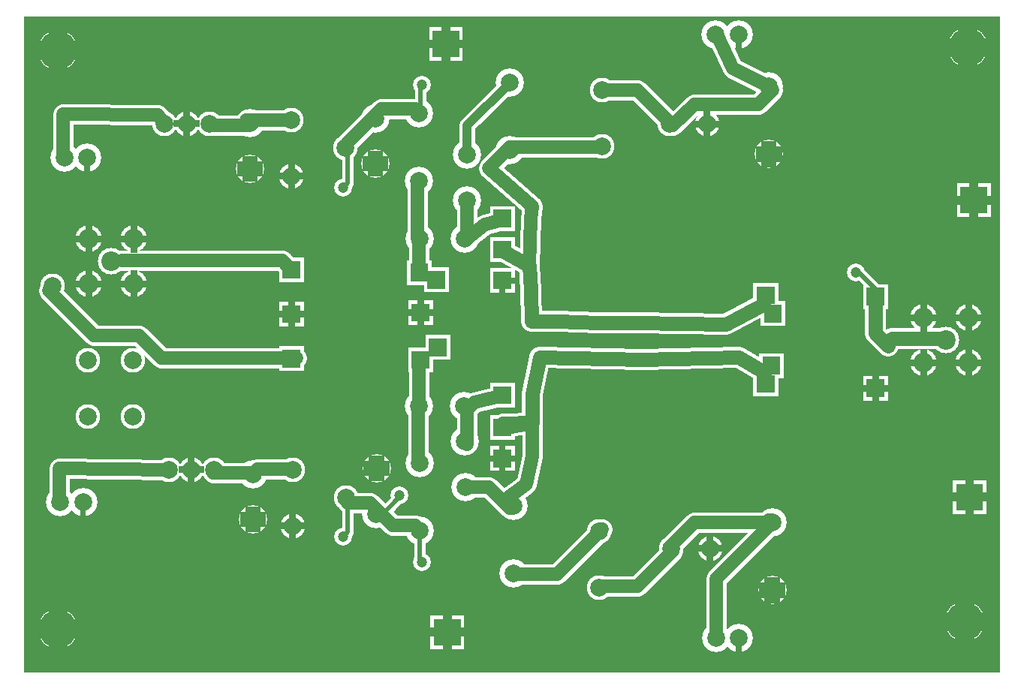
<source format=gbr>
%FSLAX34Y34*%
%MOMM*%
%LNCOPPER_BOTTOM*%
G71*
G01*
%ADD10C,3.000*%
%ADD11C,2.800*%
%ADD12C,3.200*%
%ADD13C,2.400*%
%ADD14C,2.800*%
%ADD15C,2.000*%
%ADD16C,2.300*%
%ADD17C,1.800*%
%ADD18C,1.300*%
%ADD19C,4.500*%
%ADD20C,0.733*%
%ADD21C,0.667*%
%ADD22C,0.813*%
%ADD23C,0.767*%
%ADD24C,1.713*%
%ADD25C,1.000*%
%ADD26C,2.179*%
%ADD27C,2.200*%
%ADD28C,2.000*%
%ADD29C,1.600*%
%ADD30C,2.000*%
%ADD31C,1.200*%
%ADD32C,1.500*%
%ADD33C,0.500*%
%ADD34C,4.300*%
%LPD*%
G36*
X-722844Y145181D02*
X377156Y145181D01*
X377156Y-594819D01*
X-722844Y-594819D01*
X-722844Y145181D01*
G37*
%LPC*%
X-650050Y-105575D02*
G54D10*
D03*
X-599250Y-105575D02*
G54D10*
D03*
X-624650Y-130975D02*
G54D10*
D03*
X-599250Y-156375D02*
G54D10*
D03*
X-650050Y-156375D02*
G54D10*
D03*
X-559952Y-366068D02*
G54D11*
D03*
X-534553Y-366068D02*
G54D11*
D03*
X-509153Y-366068D02*
G54D11*
D03*
X-465203Y-370862D02*
G54D12*
D03*
X-465316Y-421842D02*
G54D12*
D03*
X-276986Y-358370D02*
G54D12*
D03*
X-276936Y-434621D02*
G54D12*
D03*
X-420253Y-366068D02*
G54D11*
D03*
X-420252Y-429568D02*
G54D11*
D03*
X-359928Y-397818D02*
G54D11*
D03*
X-325769Y-415682D02*
G54D12*
D03*
X-325657Y-364702D02*
G54D12*
D03*
X-278220Y36192D02*
G54D12*
D03*
X-278170Y-40058D02*
G54D12*
D03*
X-421487Y28495D02*
G54D11*
D03*
X-421487Y-35005D02*
G54D11*
D03*
X-361162Y-3255D02*
G54D11*
D03*
X-326738Y30051D02*
G54D12*
D03*
X-326850Y-20930D02*
G54D12*
D03*
G36*
X-197888Y-103550D02*
X-169888Y-103550D01*
X-169888Y-131550D01*
X-197888Y-131550D01*
X-197888Y-103550D01*
G37*
G36*
X-197888Y-138475D02*
X-169888Y-138475D01*
X-169888Y-166475D01*
X-197888Y-166475D01*
X-197888Y-138475D01*
G37*
G36*
X-197888Y-68625D02*
X-169888Y-68625D01*
X-169888Y-96625D01*
X-197888Y-96625D01*
X-197888Y-68625D01*
G37*
G36*
X-197888Y-304369D02*
X-169888Y-304369D01*
X-169888Y-332369D01*
X-197888Y-332369D01*
X-197888Y-304369D01*
G37*
G36*
X-197888Y-339294D02*
X-169888Y-339294D01*
X-169888Y-367294D01*
X-197888Y-367294D01*
X-197888Y-339294D01*
G37*
G36*
X-197888Y-267856D02*
X-169888Y-267856D01*
X-169888Y-295856D01*
X-197888Y-295856D01*
X-197888Y-267856D01*
G37*
X-226105Y-105480D02*
G54D12*
D03*
X-277085Y-105592D02*
G54D12*
D03*
X-227105Y-293855D02*
G54D12*
D03*
X-278085Y-293967D02*
G54D12*
D03*
X-223566Y-61748D02*
G54D12*
D03*
X-223678Y-10767D02*
G54D12*
D03*
X-225744Y-385280D02*
G54D12*
D03*
X-225857Y-334299D02*
G54D12*
D03*
X-175244Y-5683D02*
G54D12*
D03*
X-175195Y70567D02*
G54D12*
D03*
X-171544Y-483183D02*
G54D12*
D03*
X-171494Y-406933D02*
G54D12*
D03*
X-71438Y61912D02*
G54D11*
D03*
X-71438Y-1588D02*
G54D11*
D03*
X-74438Y-435638D02*
G54D11*
D03*
X-74438Y-499138D02*
G54D11*
D03*
X47006Y23812D02*
G54D11*
D03*
X4762Y23812D02*
G54D11*
D03*
X50293Y-454688D02*
G54D11*
D03*
X6462Y-454688D02*
G54D11*
D03*
X82406Y125107D02*
G54D12*
D03*
X56906Y125107D02*
G54D12*
D03*
X116955Y-9983D02*
G54D12*
D03*
X117006Y66267D02*
G54D12*
D03*
G36*
X-435744Y-126544D02*
X-407744Y-126544D01*
X-407744Y-154544D01*
X-435744Y-154544D01*
X-435744Y-126544D01*
G37*
G36*
X-291550Y-129619D02*
X-263550Y-129619D01*
X-263550Y-157619D01*
X-291550Y-157619D01*
X-291550Y-129619D01*
G37*
G36*
X-289963Y-228044D02*
X-261963Y-228044D01*
X-261963Y-256044D01*
X-289963Y-256044D01*
X-289963Y-228044D01*
G37*
X-275963Y-188863D02*
G54D11*
D03*
X-534553Y-366068D02*
G54D11*
D03*
X-465316Y-421842D02*
G54D11*
D03*
X-420252Y-429568D02*
G54D11*
D03*
X-421487Y-35005D02*
G54D11*
D03*
X-325657Y-364702D02*
G54D11*
D03*
X-326850Y-20930D02*
G54D11*
D03*
X47006Y23812D02*
G54D11*
D03*
X116955Y-9983D02*
G54D11*
D03*
X50293Y-454688D02*
G54D11*
D03*
G36*
X-435744Y-226556D02*
X-407744Y-226556D01*
X-407744Y-254556D01*
X-435744Y-254556D01*
X-435744Y-226556D01*
G37*
G36*
X-435744Y-176550D02*
X-407744Y-176550D01*
X-407744Y-204550D01*
X-435744Y-204550D01*
X-435744Y-176550D01*
G37*
X-465316Y-421843D02*
G54D11*
D03*
X-325657Y-364702D02*
G54D11*
D03*
X-326850Y-20930D02*
G54D11*
D03*
X116955Y-9983D02*
G54D11*
D03*
X120512Y-501938D02*
G54D12*
D03*
X120562Y-425688D02*
G54D12*
D03*
G54D13*
X113244Y-169119D02*
X109800Y-180132D01*
X68525Y-201563D01*
X-31487Y-199976D01*
X-75937Y-199976D01*
X-120388Y-198388D01*
X-150575Y-198425D01*
X-152138Y-163288D01*
X-153438Y-135688D01*
X-183888Y-119138D01*
G54D13*
X113244Y-269132D02*
X111388Y-256332D01*
X83112Y-239313D01*
X-26725Y-241375D01*
X-141438Y-239075D01*
X-150438Y-280688D01*
X-150438Y-312688D01*
X-183888Y-319038D01*
X-183888Y-315988D01*
X-651018Y-242570D02*
G54D14*
D03*
X-600218Y-242570D02*
G54D11*
D03*
X-600218Y-306070D02*
G54D11*
D03*
X-651018Y-306070D02*
G54D11*
D03*
X-600218Y-242570D02*
G54D14*
D03*
X-651018Y-306070D02*
G54D14*
D03*
X-600218Y-306070D02*
G54D14*
D03*
X-691075Y-158313D02*
G54D11*
D03*
X-363042Y-47913D02*
G54D15*
D03*
X-299744Y-395263D02*
G54D15*
D03*
G54D16*
X-465202Y-370862D02*
X-462202Y-369668D01*
X-510202Y-369668D01*
X-509153Y-366068D01*
X-565337Y24495D02*
G54D11*
D03*
X-539937Y24495D02*
G54D11*
D03*
X-514537Y24495D02*
G54D11*
D03*
X-468588Y24701D02*
G54D12*
D03*
X-468700Y-26280D02*
G54D12*
D03*
X-539937Y24495D02*
G54D11*
D03*
X-468700Y-26280D02*
G54D11*
D03*
X-468700Y-26280D02*
G54D11*
D03*
X-656741Y-402853D02*
G54D12*
D03*
X-682241Y-402853D02*
G54D12*
D03*
G54D16*
X-468588Y24700D02*
X-471438Y22312D01*
X-511438Y22312D01*
X-514538Y24494D01*
G54D17*
X-175195Y70567D02*
X-175438Y70312D01*
X-223438Y22312D01*
X-223438Y-9688D01*
X-223678Y-10767D01*
G54D16*
X-223566Y-61748D02*
X-223438Y-65688D01*
X-223438Y-105688D01*
X-226105Y-105480D01*
G54D16*
X-277086Y-105593D02*
X-279438Y-105688D01*
X-279438Y-41688D01*
X-278170Y-40058D01*
G54D16*
X-175245Y-5683D02*
X-175438Y-1688D01*
X-199438Y-25688D01*
X-150438Y-68688D01*
X-151438Y-82688D01*
X-153438Y-135688D01*
X-183888Y-119138D01*
G54D16*
X-71438Y-1588D02*
X-71438Y-1688D01*
X-175438Y-1688D01*
X-175245Y-5683D01*
G54D16*
X4762Y23812D02*
X8562Y22312D01*
X-31438Y62312D01*
X-71438Y62312D01*
X-71438Y61912D01*
G54D16*
X117005Y66267D02*
X120562Y62312D01*
X104562Y46312D01*
X32562Y46312D01*
X8562Y22312D01*
X4762Y23812D01*
G54D16*
X116705Y-422933D02*
X120562Y-425688D01*
X32562Y-425688D01*
X8562Y-449688D01*
X8562Y-457688D01*
X6462Y-454688D01*
G54D16*
X6462Y-454688D02*
X8562Y-457688D01*
X-31438Y-497688D01*
X-71438Y-497688D01*
X-74438Y-499138D01*
G54D16*
X-171495Y-406933D02*
X-175438Y-409688D01*
X-199438Y-385688D01*
X-223438Y-385688D01*
X-225745Y-385280D01*
G54D16*
X-225857Y-334299D02*
X-223438Y-337688D01*
X-223438Y-297688D01*
X-227105Y-293855D01*
G54D16*
X-227105Y-293855D02*
X-223438Y-297688D01*
X-215438Y-289688D01*
X-183888Y-281856D01*
G54D16*
X-171495Y-406933D02*
X-175438Y-409688D01*
X-183438Y-401688D01*
X-157162Y-382588D01*
X-150438Y-350688D01*
X-150438Y-312688D01*
X-183438Y-313688D01*
X-183888Y-315988D01*
G54D16*
X-226105Y-105480D02*
X-223438Y-105688D01*
X-203200Y-88900D01*
X-183888Y-84213D01*
G54D16*
X-278086Y-293968D02*
X-279138Y-290588D01*
X-279138Y-354088D01*
X-276986Y-358371D01*
X82558Y-556014D02*
G54D12*
D03*
X57058Y-556014D02*
G54D12*
D03*
X117006Y66267D02*
G54D11*
D03*
X-651978Y-13916D02*
G54D12*
D03*
X-677478Y-13916D02*
G54D12*
D03*
G54D16*
X-678966Y35297D02*
X-572912Y34263D01*
X-565337Y24495D01*
G54D16*
X-683729Y-364753D02*
X-559952Y-366068D01*
X120512Y-501938D02*
G54D11*
D03*
G54D16*
X-468588Y24701D02*
X-472288Y28495D01*
X-421488Y28495D01*
G54D16*
X-326738Y30051D02*
X-332588Y28495D01*
X-357988Y3095D01*
X-361163Y-3255D01*
G54D16*
X-326738Y30051D02*
X-332588Y28495D01*
X-319888Y41195D01*
X-281788Y41195D01*
X-278220Y36192D01*
G54D16*
X-420253Y-366067D02*
X-421488Y-365205D01*
X-459588Y-365205D01*
X-465203Y-370862D01*
G54D16*
X-325769Y-415682D02*
X-319888Y-416005D01*
X-332588Y-403305D01*
X-357988Y-403305D01*
X-359928Y-397817D01*
G54D16*
X-325769Y-415682D02*
X-319888Y-416005D01*
X-307188Y-428705D01*
X-281788Y-428705D01*
X-276936Y-434620D01*
G36*
X-289963Y-174863D02*
X-261963Y-174863D01*
X-261963Y-202863D01*
X-289963Y-202863D01*
X-289963Y-174863D01*
G37*
G54D16*
X-277550Y-143619D02*
X-277550Y-105519D01*
X-277086Y-105592D01*
G54D16*
X-275963Y-242044D02*
X-277550Y-245219D01*
X-277550Y-296019D01*
X-278086Y-293967D01*
G36*
X99244Y-155119D02*
X127244Y-155119D01*
X127244Y-183119D01*
X99244Y-183119D01*
X99244Y-155119D01*
G37*
G36*
X99244Y-255132D02*
X127244Y-255132D01*
X127244Y-283132D01*
X99244Y-283132D01*
X99244Y-255132D01*
G37*
G36*
X223068Y-156706D02*
X251068Y-156706D01*
X251068Y-184706D01*
X223068Y-184706D01*
X223068Y-156706D01*
G37*
X237068Y-273894D02*
G54D11*
D03*
G54D16*
X-691076Y-158313D02*
X-695062Y-163463D01*
X-644262Y-214263D01*
X-593462Y-214263D01*
X-568062Y-239663D01*
X-415662Y-239663D01*
X-421744Y-240556D01*
G54D16*
X-678966Y35297D02*
X-678966Y-12428D01*
X-677478Y-13916D01*
G54D16*
X-683729Y-364753D02*
X-683729Y-401366D01*
X-682241Y-402853D01*
X-274142Y67975D02*
G54D15*
D03*
X-274142Y-470188D02*
G54D15*
D03*
X-363042Y-441613D02*
G54D15*
D03*
G54D18*
X-274142Y67975D02*
X-275962Y65137D01*
X-275962Y33387D01*
X-278220Y36192D01*
G54D18*
X-363042Y-47913D02*
X-364862Y-49163D01*
X-358512Y-42813D01*
X-358512Y-4713D01*
X-361163Y-3255D01*
G54D18*
X-363042Y-441613D02*
X-364862Y-442863D01*
X-358512Y-436513D01*
X-358512Y-398413D01*
X-359928Y-397817D01*
G54D18*
X-299745Y-395262D02*
X-301362Y-398413D01*
X-320412Y-417463D01*
X-326762Y-417463D01*
X-325769Y-415682D01*
X214808Y-143163D02*
G54D15*
D03*
G54D18*
X214809Y-143163D02*
X217751Y-142826D01*
X236801Y-161876D01*
X236801Y-168226D01*
X237069Y-170707D01*
X291337Y-194475D02*
G54D10*
D03*
X342137Y-194475D02*
G54D10*
D03*
X316737Y-219875D02*
G54D10*
D03*
X342137Y-245275D02*
G54D10*
D03*
X291337Y-245275D02*
G54D10*
D03*
G54D13*
X237068Y-174675D02*
X237068Y-212150D01*
X251088Y-226170D01*
X251088Y-222994D01*
X255851Y-218232D01*
X311125Y-218232D01*
X316737Y-219875D01*
G54D16*
X-612512Y-130126D02*
X-432162Y-130126D01*
X-421744Y-140544D01*
G36*
X223068Y-259894D02*
X251068Y-259894D01*
X251068Y-287894D01*
X223068Y-287894D01*
X223068Y-259894D01*
G37*
G54D18*
X-274142Y-470188D02*
X-276756Y-470644D01*
X-276756Y-432544D01*
X-276936Y-434620D01*
G54D16*
X56906Y125107D02*
X58166Y125107D01*
X75670Y86568D01*
X117006Y66267D01*
G54D16*
X57058Y-556014D02*
X57058Y-489192D01*
X120562Y-425688D01*
G54D16*
X-74438Y-435638D02*
X-71438Y-433388D01*
X-122238Y-484188D01*
X-173038Y-484188D01*
X-171544Y-483182D01*
G36*
X-264798Y-530226D02*
X-226798Y-530226D01*
X-226798Y-568226D01*
X-264798Y-568226D01*
X-264798Y-530226D01*
G37*
G36*
X-266386Y133350D02*
X-228386Y133350D01*
X-228386Y95350D01*
X-266386Y95350D01*
X-266386Y133350D01*
G37*
G36*
X328926Y-42863D02*
X366926Y-42863D01*
X366926Y-80863D01*
X328926Y-80863D01*
X328926Y-42863D01*
G37*
G36*
X324164Y-377826D02*
X362164Y-377826D01*
X362164Y-415826D01*
X324164Y-415826D01*
X324164Y-377826D01*
G37*
X-684744Y107081D02*
G54D19*
D03*
X340781Y110256D02*
G54D19*
D03*
X337606Y-537444D02*
G54D19*
D03*
X-684744Y-545382D02*
G54D19*
D03*
G36*
X107181Y-175757D02*
X135181Y-175757D01*
X135181Y-203757D01*
X107181Y-203757D01*
X107181Y-175757D01*
G37*
G36*
X105593Y-234494D02*
X133593Y-234494D01*
X133593Y-262494D01*
X105593Y-262494D01*
X105593Y-234494D01*
G37*
G36*
X-272232Y-137657D02*
X-244232Y-137657D01*
X-244232Y-165657D01*
X-272232Y-165657D01*
X-272232Y-137657D01*
G37*
G36*
X-270644Y-213857D02*
X-242644Y-213857D01*
X-242644Y-241857D01*
X-270644Y-241857D01*
X-270644Y-213857D01*
G37*
%LPD*%
G54D20*
G36*
X-653717Y-105575D02*
X-653717Y-90075D01*
X-646384Y-90075D01*
X-646384Y-105575D01*
X-653717Y-105575D01*
G37*
G36*
X-650050Y-101909D02*
X-634550Y-101909D01*
X-634550Y-109242D01*
X-650050Y-109242D01*
X-650050Y-101909D01*
G37*
G36*
X-646384Y-105575D02*
X-646384Y-121075D01*
X-653717Y-121075D01*
X-653717Y-105575D01*
X-646384Y-105575D01*
G37*
G36*
X-650050Y-109242D02*
X-665550Y-109242D01*
X-665550Y-101909D01*
X-650050Y-101909D01*
X-650050Y-109242D01*
G37*
G54D20*
G36*
X-602917Y-105575D02*
X-602917Y-90075D01*
X-595584Y-90075D01*
X-595584Y-105575D01*
X-602917Y-105575D01*
G37*
G36*
X-599250Y-101909D02*
X-583750Y-101909D01*
X-583750Y-109242D01*
X-599250Y-109242D01*
X-599250Y-101909D01*
G37*
G36*
X-595584Y-105575D02*
X-595584Y-121075D01*
X-602917Y-121075D01*
X-602917Y-105575D01*
X-595584Y-105575D01*
G37*
G36*
X-599250Y-109242D02*
X-614750Y-109242D01*
X-614750Y-101909D01*
X-599250Y-101909D01*
X-599250Y-109242D01*
G37*
G54D20*
G36*
X-602917Y-156375D02*
X-602917Y-140875D01*
X-595584Y-140875D01*
X-595584Y-156375D01*
X-602917Y-156375D01*
G37*
G36*
X-599250Y-152709D02*
X-583750Y-152709D01*
X-583750Y-160042D01*
X-599250Y-160042D01*
X-599250Y-152709D01*
G37*
G36*
X-595584Y-156375D02*
X-595584Y-171875D01*
X-602917Y-171875D01*
X-602917Y-156375D01*
X-595584Y-156375D01*
G37*
G36*
X-599250Y-160042D02*
X-614750Y-160042D01*
X-614750Y-152709D01*
X-599250Y-152709D01*
X-599250Y-160042D01*
G37*
G54D20*
G36*
X-653717Y-156375D02*
X-653717Y-140875D01*
X-646384Y-140875D01*
X-646384Y-156375D01*
X-653717Y-156375D01*
G37*
G36*
X-650050Y-152709D02*
X-634550Y-152709D01*
X-634550Y-160042D01*
X-650050Y-160042D01*
X-650050Y-152709D01*
G37*
G36*
X-646384Y-156375D02*
X-646384Y-171875D01*
X-653717Y-171875D01*
X-653717Y-156375D01*
X-646384Y-156375D01*
G37*
G36*
X-650050Y-160042D02*
X-665550Y-160042D01*
X-665550Y-152709D01*
X-650050Y-152709D01*
X-650050Y-160042D01*
G37*
G54D21*
G36*
X-183888Y-149142D02*
X-169388Y-149142D01*
X-169388Y-155809D01*
X-183888Y-155809D01*
X-183888Y-149142D01*
G37*
G36*
X-180554Y-152475D02*
X-180554Y-166975D01*
X-187221Y-166975D01*
X-187221Y-152475D01*
X-180554Y-152475D01*
G37*
G54D21*
G36*
X-187221Y-353294D02*
X-187221Y-338794D01*
X-180554Y-338794D01*
X-180554Y-353294D01*
X-187221Y-353294D01*
G37*
G36*
X-183888Y-349961D02*
X-169388Y-349961D01*
X-169388Y-356627D01*
X-183888Y-356627D01*
X-183888Y-349961D01*
G37*
G36*
X-180554Y-353294D02*
X-180554Y-367794D01*
X-187221Y-367794D01*
X-187221Y-353294D01*
X-180554Y-353294D01*
G37*
G36*
X-183888Y-356627D02*
X-198388Y-356627D01*
X-198388Y-349961D01*
X-183888Y-349961D01*
X-183888Y-356627D01*
G37*
G54D21*
G36*
X85739Y125107D02*
X85739Y108607D01*
X79073Y108607D01*
X79073Y125107D01*
X85739Y125107D01*
G37*
G54D22*
G54D23*
G36*
X-530719Y-366068D02*
X-530719Y-380568D01*
X-538386Y-380568D01*
X-538386Y-366068D01*
X-530719Y-366068D01*
G37*
G36*
X-534553Y-369901D02*
X-549053Y-369901D01*
X-549053Y-362234D01*
X-534553Y-362234D01*
X-534553Y-369901D01*
G37*
G36*
X-538386Y-366068D02*
X-538386Y-351568D01*
X-530719Y-351568D01*
X-530719Y-366068D01*
X-538386Y-366068D01*
G37*
G36*
X-534553Y-362234D02*
X-520053Y-362234D01*
X-520053Y-369901D01*
X-534553Y-369901D01*
X-534553Y-362234D01*
G37*
G54D23*
G36*
X-461482Y-421842D02*
X-461482Y-436342D01*
X-469149Y-436342D01*
X-469149Y-421842D01*
X-461482Y-421842D01*
G37*
G36*
X-465316Y-425676D02*
X-479816Y-425676D01*
X-479816Y-418009D01*
X-465316Y-418009D01*
X-465316Y-425676D01*
G37*
G36*
X-469149Y-421842D02*
X-469149Y-407342D01*
X-461482Y-407342D01*
X-461482Y-421842D01*
X-469149Y-421842D01*
G37*
G36*
X-465316Y-418009D02*
X-450816Y-418009D01*
X-450816Y-425676D01*
X-465316Y-425676D01*
X-465316Y-418009D01*
G37*
G54D23*
G36*
X-416419Y-429568D02*
X-416419Y-444068D01*
X-424086Y-444068D01*
X-424086Y-429568D01*
X-416419Y-429568D01*
G37*
G36*
X-420252Y-433401D02*
X-434752Y-433401D01*
X-434752Y-425734D01*
X-420252Y-425734D01*
X-420252Y-433401D01*
G37*
G36*
X-424086Y-429568D02*
X-424086Y-415068D01*
X-416419Y-415068D01*
X-416419Y-429568D01*
X-424086Y-429568D01*
G37*
G36*
X-420252Y-425734D02*
X-405752Y-425734D01*
X-405752Y-433401D01*
X-420252Y-433401D01*
X-420252Y-425734D01*
G37*
G54D23*
G36*
X-417654Y-35005D02*
X-417654Y-49505D01*
X-425321Y-49505D01*
X-425321Y-35005D01*
X-417654Y-35005D01*
G37*
G36*
X-421487Y-38839D02*
X-435987Y-38839D01*
X-435987Y-31172D01*
X-421487Y-31172D01*
X-421487Y-38839D01*
G37*
G36*
X-425321Y-35005D02*
X-425321Y-20505D01*
X-417654Y-20505D01*
X-417654Y-35005D01*
X-425321Y-35005D01*
G37*
G36*
X-421487Y-31172D02*
X-406987Y-31172D01*
X-406987Y-38839D01*
X-421487Y-38839D01*
X-421487Y-31172D01*
G37*
G54D23*
G36*
X-329490Y-364702D02*
X-329490Y-350202D01*
X-321823Y-350202D01*
X-321823Y-364702D01*
X-329490Y-364702D01*
G37*
G36*
X-325657Y-360868D02*
X-311157Y-360868D01*
X-311157Y-368535D01*
X-325657Y-368535D01*
X-325657Y-360868D01*
G37*
G36*
X-321823Y-364702D02*
X-321823Y-379202D01*
X-329490Y-379202D01*
X-329490Y-364702D01*
X-321823Y-364702D01*
G37*
G36*
X-325657Y-368535D02*
X-340157Y-368535D01*
X-340157Y-360868D01*
X-325657Y-360868D01*
X-325657Y-368535D01*
G37*
G54D23*
G36*
X-323017Y-20930D02*
X-323017Y-35430D01*
X-330683Y-35430D01*
X-330683Y-20930D01*
X-323017Y-20930D01*
G37*
G36*
X-326850Y-24764D02*
X-341350Y-24764D01*
X-341350Y-17097D01*
X-326850Y-17097D01*
X-326850Y-24764D01*
G37*
G36*
X-330683Y-20930D02*
X-330683Y-6430D01*
X-323017Y-6430D01*
X-323017Y-20930D01*
X-330683Y-20930D01*
G37*
G36*
X-326850Y-17097D02*
X-312350Y-17097D01*
X-312350Y-24764D01*
X-326850Y-24764D01*
X-326850Y-17097D01*
G37*
G54D23*
G36*
X43173Y23812D02*
X43173Y38312D01*
X50839Y38312D01*
X50839Y23812D01*
X43173Y23812D01*
G37*
G36*
X47006Y27646D02*
X61506Y27646D01*
X61506Y19979D01*
X47006Y19979D01*
X47006Y27646D01*
G37*
G36*
X50839Y23812D02*
X50839Y9312D01*
X43173Y9312D01*
X43173Y23812D01*
X50839Y23812D01*
G37*
G36*
X47006Y19979D02*
X32506Y19979D01*
X32506Y27646D01*
X47006Y27646D01*
X47006Y19979D01*
G37*
G54D23*
G36*
X113122Y-9983D02*
X113122Y4517D01*
X120789Y4517D01*
X120789Y-9983D01*
X113122Y-9983D01*
G37*
G36*
X116955Y-6149D02*
X131455Y-6149D01*
X131455Y-13816D01*
X116955Y-13816D01*
X116955Y-6149D01*
G37*
G36*
X120789Y-9983D02*
X120789Y-24483D01*
X113122Y-24483D01*
X113122Y-9983D01*
X120789Y-9983D01*
G37*
G36*
X116955Y-13816D02*
X102455Y-13816D01*
X102455Y-6149D01*
X116955Y-6149D01*
X116955Y-13816D01*
G37*
G54D23*
G36*
X46460Y-454688D02*
X46460Y-440188D01*
X54127Y-440188D01*
X54127Y-454688D01*
X46460Y-454688D01*
G37*
G36*
X50293Y-450854D02*
X64793Y-450854D01*
X64793Y-458521D01*
X50293Y-458521D01*
X50293Y-450854D01*
G37*
G36*
X54127Y-454688D02*
X54127Y-469188D01*
X46460Y-469188D01*
X46460Y-454688D01*
X54127Y-454688D01*
G37*
G36*
X50293Y-458521D02*
X35793Y-458521D01*
X35793Y-450854D01*
X50293Y-450854D01*
X50293Y-458521D01*
G37*
G54D23*
G36*
X-425577Y-190550D02*
X-425577Y-176050D01*
X-417911Y-176050D01*
X-417911Y-190550D01*
X-425577Y-190550D01*
G37*
G36*
X-421744Y-186717D02*
X-407244Y-186717D01*
X-407244Y-194384D01*
X-421744Y-194384D01*
X-421744Y-186717D01*
G37*
G36*
X-417911Y-190550D02*
X-417911Y-205050D01*
X-425577Y-205050D01*
X-425577Y-190550D01*
X-417911Y-190550D01*
G37*
G36*
X-421744Y-194384D02*
X-436244Y-194384D01*
X-436244Y-186717D01*
X-421744Y-186717D01*
X-421744Y-194384D01*
G37*
G54D24*
G36*
X-456749Y-421843D02*
X-456749Y-436343D01*
X-473882Y-436343D01*
X-473882Y-421843D01*
X-456749Y-421843D01*
G37*
G36*
X-465316Y-430409D02*
X-479816Y-430409D01*
X-479816Y-413276D01*
X-465316Y-413276D01*
X-465316Y-430409D01*
G37*
G36*
X-473882Y-421843D02*
X-473882Y-407343D01*
X-456749Y-407343D01*
X-456749Y-421843D01*
X-473882Y-421843D01*
G37*
G36*
X-465316Y-413276D02*
X-450816Y-413276D01*
X-450816Y-430409D01*
X-465316Y-430409D01*
X-465316Y-413276D01*
G37*
G54D24*
G36*
X-334223Y-364702D02*
X-334223Y-350202D01*
X-317090Y-350202D01*
X-317090Y-364702D01*
X-334223Y-364702D01*
G37*
G36*
X-325657Y-356135D02*
X-311157Y-356135D01*
X-311157Y-373268D01*
X-325657Y-373268D01*
X-325657Y-356135D01*
G37*
G36*
X-317090Y-364702D02*
X-317090Y-379202D01*
X-334223Y-379202D01*
X-334223Y-364702D01*
X-317090Y-364702D01*
G37*
G36*
X-325657Y-373268D02*
X-340157Y-373268D01*
X-340157Y-356135D01*
X-325657Y-356135D01*
X-325657Y-373268D01*
G37*
G54D24*
G36*
X-318283Y-20930D02*
X-318283Y-35430D01*
X-335417Y-35430D01*
X-335417Y-20930D01*
X-318283Y-20930D01*
G37*
G36*
X-326850Y-29497D02*
X-341350Y-29497D01*
X-341350Y-12364D01*
X-326850Y-12364D01*
X-326850Y-29497D01*
G37*
G36*
X-335417Y-20930D02*
X-335417Y-6430D01*
X-318283Y-6430D01*
X-318283Y-20930D01*
X-335417Y-20930D01*
G37*
G36*
X-326850Y-12364D02*
X-312350Y-12364D01*
X-312350Y-29497D01*
X-326850Y-29497D01*
X-326850Y-12364D01*
G37*
G54D24*
G36*
X108389Y-9983D02*
X108389Y4517D01*
X125522Y4517D01*
X125522Y-9983D01*
X108389Y-9983D01*
G37*
G36*
X116955Y-1416D02*
X131455Y-1416D01*
X131455Y-18549D01*
X116955Y-18549D01*
X116955Y-1416D01*
G37*
G36*
X125522Y-9983D02*
X125522Y-24483D01*
X108389Y-24483D01*
X108389Y-9983D01*
X125522Y-9983D01*
G37*
G36*
X116955Y-18549D02*
X102455Y-18549D01*
X102455Y-1416D01*
X116955Y-1416D01*
X116955Y-18549D01*
G37*
G54D23*
G36*
X-536104Y24495D02*
X-536104Y9995D01*
X-543771Y9995D01*
X-543771Y24495D01*
X-536104Y24495D01*
G37*
G36*
X-539937Y20661D02*
X-554437Y20661D01*
X-554437Y28328D01*
X-539937Y28328D01*
X-539937Y20661D01*
G37*
G36*
X-543771Y24495D02*
X-543771Y38995D01*
X-536104Y38995D01*
X-536104Y24495D01*
X-543771Y24495D01*
G37*
G36*
X-539937Y28328D02*
X-525437Y28328D01*
X-525437Y20661D01*
X-539937Y20661D01*
X-539937Y28328D01*
G37*
G54D23*
G36*
X-464867Y-26280D02*
X-464867Y-40780D01*
X-472534Y-40780D01*
X-472534Y-26280D01*
X-464867Y-26280D01*
G37*
G36*
X-468700Y-30114D02*
X-483200Y-30114D01*
X-483200Y-22447D01*
X-468700Y-22447D01*
X-468700Y-30114D01*
G37*
G36*
X-472534Y-26280D02*
X-472534Y-11780D01*
X-464867Y-11780D01*
X-464867Y-26280D01*
X-472534Y-26280D01*
G37*
G36*
X-468700Y-22447D02*
X-454200Y-22447D01*
X-454200Y-30114D01*
X-468700Y-30114D01*
X-468700Y-22447D01*
G37*
G54D24*
G36*
X-460134Y-26280D02*
X-460134Y-40780D01*
X-477267Y-40780D01*
X-477267Y-26280D01*
X-460134Y-26280D01*
G37*
G36*
X-468700Y-34847D02*
X-483200Y-34847D01*
X-483200Y-17714D01*
X-468700Y-17714D01*
X-468700Y-34847D01*
G37*
G36*
X-477267Y-26280D02*
X-477267Y-11780D01*
X-460134Y-11780D01*
X-460134Y-26280D01*
X-477267Y-26280D01*
G37*
G36*
X-468700Y-17714D02*
X-454200Y-17714D01*
X-454200Y-34847D01*
X-468700Y-34847D01*
X-468700Y-17714D01*
G37*
G54D21*
G36*
X-653408Y-402853D02*
X-653408Y-419353D01*
X-660075Y-419353D01*
X-660075Y-402853D01*
X-653408Y-402853D01*
G37*
G54D22*
G54D21*
G36*
X85891Y-556014D02*
X85891Y-572514D01*
X79225Y-572514D01*
X79225Y-556014D01*
X85891Y-556014D01*
G37*
G54D22*
G54D21*
G36*
X-648645Y-13916D02*
X-648645Y-30416D01*
X-655312Y-30416D01*
X-655312Y-13916D01*
X-648645Y-13916D01*
G37*
G54D22*
G54D24*
G36*
X111946Y-501938D02*
X111946Y-487438D01*
X129079Y-487438D01*
X129079Y-501938D01*
X111946Y-501938D01*
G37*
G36*
X120512Y-493371D02*
X135012Y-493371D01*
X135012Y-510504D01*
X120512Y-510504D01*
X120512Y-493371D01*
G37*
G36*
X129079Y-501938D02*
X129079Y-516438D01*
X111946Y-516438D01*
X111946Y-501938D01*
X129079Y-501938D01*
G37*
G36*
X120512Y-510504D02*
X106012Y-510504D01*
X106012Y-493371D01*
X120512Y-493371D01*
X120512Y-510504D01*
G37*
G54D23*
G36*
X-279796Y-188863D02*
X-279796Y-174363D01*
X-272129Y-174363D01*
X-272129Y-188863D01*
X-279796Y-188863D01*
G37*
G36*
X-275963Y-185029D02*
X-261463Y-185029D01*
X-261463Y-192696D01*
X-275963Y-192696D01*
X-275963Y-185029D01*
G37*
G36*
X-272129Y-188863D02*
X-272129Y-203363D01*
X-279796Y-203363D01*
X-279796Y-188863D01*
X-272129Y-188863D01*
G37*
G36*
X-275963Y-192696D02*
X-290463Y-192696D01*
X-290463Y-185029D01*
X-275963Y-185029D01*
X-275963Y-192696D01*
G37*
G54D20*
G36*
X287671Y-194475D02*
X287671Y-178975D01*
X295004Y-178975D01*
X295004Y-194475D01*
X287671Y-194475D01*
G37*
G36*
X291337Y-190809D02*
X306837Y-190809D01*
X306837Y-198142D01*
X291337Y-198142D01*
X291337Y-190809D01*
G37*
G36*
X295004Y-194475D02*
X295004Y-209975D01*
X287671Y-209975D01*
X287671Y-194475D01*
X295004Y-194475D01*
G37*
G36*
X291337Y-198142D02*
X275837Y-198142D01*
X275837Y-190809D01*
X291337Y-190809D01*
X291337Y-198142D01*
G37*
G54D20*
G36*
X338471Y-194475D02*
X338471Y-178975D01*
X345804Y-178975D01*
X345804Y-194475D01*
X338471Y-194475D01*
G37*
G36*
X342137Y-190809D02*
X357637Y-190809D01*
X357637Y-198142D01*
X342137Y-198142D01*
X342137Y-190809D01*
G37*
G36*
X345804Y-194475D02*
X345804Y-209975D01*
X338471Y-209975D01*
X338471Y-194475D01*
X345804Y-194475D01*
G37*
G36*
X342137Y-198142D02*
X326637Y-198142D01*
X326637Y-190809D01*
X342137Y-190809D01*
X342137Y-198142D01*
G37*
G54D20*
G36*
X338471Y-245275D02*
X338471Y-229775D01*
X345804Y-229775D01*
X345804Y-245275D01*
X338471Y-245275D01*
G37*
G36*
X342137Y-241609D02*
X357637Y-241609D01*
X357637Y-248942D01*
X342137Y-248942D01*
X342137Y-241609D01*
G37*
G36*
X345804Y-245275D02*
X345804Y-260775D01*
X338471Y-260775D01*
X338471Y-245275D01*
X345804Y-245275D01*
G37*
G36*
X342137Y-248942D02*
X326637Y-248942D01*
X326637Y-241609D01*
X342137Y-241609D01*
X342137Y-248942D01*
G37*
G54D20*
G36*
X287671Y-245275D02*
X287671Y-229775D01*
X295004Y-229775D01*
X295004Y-245275D01*
X287671Y-245275D01*
G37*
G36*
X291337Y-241609D02*
X306837Y-241609D01*
X306837Y-248942D01*
X291337Y-248942D01*
X291337Y-241609D01*
G37*
G36*
X295004Y-245275D02*
X295004Y-260775D01*
X287671Y-260775D01*
X287671Y-245275D01*
X295004Y-245275D01*
G37*
G36*
X291337Y-248942D02*
X275837Y-248942D01*
X275837Y-241609D01*
X291337Y-241609D01*
X291337Y-248942D01*
G37*
G54D23*
G36*
X233235Y-273894D02*
X233235Y-259394D01*
X240902Y-259394D01*
X240902Y-273894D01*
X233235Y-273894D01*
G37*
G36*
X237068Y-270061D02*
X251568Y-270061D01*
X251568Y-277727D01*
X237068Y-277727D01*
X237068Y-270061D01*
G37*
G36*
X240902Y-273894D02*
X240902Y-288394D01*
X233235Y-288394D01*
X233235Y-273894D01*
X240902Y-273894D01*
G37*
G36*
X237068Y-277727D02*
X222568Y-277727D01*
X222568Y-270061D01*
X237068Y-270061D01*
X237068Y-277727D01*
G37*
G54D25*
G36*
X-250798Y-549226D02*
X-250798Y-529726D01*
X-240798Y-529726D01*
X-240798Y-549226D01*
X-250798Y-549226D01*
G37*
G36*
X-245798Y-544226D02*
X-226298Y-544226D01*
X-226298Y-554226D01*
X-245798Y-554226D01*
X-245798Y-544226D01*
G37*
G36*
X-240798Y-549226D02*
X-240798Y-568726D01*
X-250798Y-568726D01*
X-250798Y-549226D01*
X-240798Y-549226D01*
G37*
G36*
X-245798Y-554226D02*
X-265298Y-554226D01*
X-265298Y-544226D01*
X-245798Y-544226D01*
X-245798Y-554226D01*
G37*
G54D25*
G36*
X-252386Y114350D02*
X-252386Y133850D01*
X-242386Y133850D01*
X-242386Y114350D01*
X-252386Y114350D01*
G37*
G36*
X-247386Y119350D02*
X-227886Y119350D01*
X-227886Y109350D01*
X-247386Y109350D01*
X-247386Y119350D01*
G37*
G36*
X-242386Y114350D02*
X-242386Y94850D01*
X-252386Y94850D01*
X-252386Y114350D01*
X-242386Y114350D01*
G37*
G36*
X-247386Y109350D02*
X-266886Y109350D01*
X-266886Y119350D01*
X-247386Y119350D01*
X-247386Y109350D01*
G37*
G54D25*
G36*
X342926Y-61863D02*
X342926Y-42363D01*
X352926Y-42363D01*
X352926Y-61863D01*
X342926Y-61863D01*
G37*
G36*
X347926Y-56863D02*
X367426Y-56863D01*
X367426Y-66863D01*
X347926Y-66863D01*
X347926Y-56863D01*
G37*
G36*
X352926Y-61863D02*
X352926Y-81363D01*
X342926Y-81363D01*
X342926Y-61863D01*
X352926Y-61863D01*
G37*
G36*
X347926Y-66863D02*
X328426Y-66863D01*
X328426Y-56863D01*
X347926Y-56863D01*
X347926Y-66863D01*
G37*
G54D25*
G36*
X338164Y-396826D02*
X338164Y-377326D01*
X348164Y-377326D01*
X348164Y-396826D01*
X338164Y-396826D01*
G37*
G36*
X343164Y-391826D02*
X362664Y-391826D01*
X362664Y-401826D01*
X343164Y-401826D01*
X343164Y-391826D01*
G37*
G36*
X348164Y-396826D02*
X348164Y-416326D01*
X338164Y-416326D01*
X338164Y-396826D01*
X348164Y-396826D01*
G37*
G36*
X343164Y-401826D02*
X323664Y-401826D01*
X323664Y-391826D01*
X343164Y-391826D01*
X343164Y-401826D01*
G37*
G54D26*
G36*
X-684744Y117974D02*
X-661744Y117974D01*
X-661744Y96188D01*
X-684744Y96188D01*
X-684744Y117974D01*
G37*
G36*
X-673851Y107081D02*
X-673851Y84081D01*
X-695637Y84081D01*
X-695637Y107081D01*
X-673851Y107081D01*
G37*
G36*
X-684744Y96188D02*
X-707744Y96188D01*
X-707744Y117974D01*
X-684744Y117974D01*
X-684744Y96188D01*
G37*
G36*
X-695637Y107081D02*
X-695637Y130081D01*
X-673851Y130081D01*
X-673851Y107081D01*
X-695637Y107081D01*
G37*
G54D26*
G36*
X340781Y121149D02*
X363781Y121149D01*
X363781Y99363D01*
X340781Y99363D01*
X340781Y121149D01*
G37*
G36*
X351674Y110256D02*
X351674Y87256D01*
X329888Y87256D01*
X329888Y110256D01*
X351674Y110256D01*
G37*
G36*
X340781Y99363D02*
X317781Y99363D01*
X317781Y121149D01*
X340781Y121149D01*
X340781Y99363D01*
G37*
G36*
X329888Y110256D02*
X329888Y133256D01*
X351674Y133256D01*
X351674Y110256D01*
X329888Y110256D01*
G37*
G54D26*
G36*
X337606Y-526551D02*
X360606Y-526551D01*
X360606Y-548337D01*
X337606Y-548337D01*
X337606Y-526551D01*
G37*
G36*
X348499Y-537444D02*
X348499Y-560444D01*
X326713Y-560444D01*
X326713Y-537444D01*
X348499Y-537444D01*
G37*
G36*
X337606Y-548337D02*
X314606Y-548337D01*
X314606Y-526551D01*
X337606Y-526551D01*
X337606Y-548337D01*
G37*
G36*
X326713Y-537444D02*
X326713Y-514444D01*
X348499Y-514444D01*
X348499Y-537444D01*
X326713Y-537444D01*
G37*
G54D26*
G36*
X-684744Y-534488D02*
X-661744Y-534488D01*
X-661744Y-556275D01*
X-684744Y-556275D01*
X-684744Y-534488D01*
G37*
G36*
X-673851Y-545382D02*
X-673851Y-568382D01*
X-695637Y-568382D01*
X-695637Y-545382D01*
X-673851Y-545382D01*
G37*
G36*
X-684744Y-556275D02*
X-707744Y-556275D01*
X-707744Y-534488D01*
X-684744Y-534488D01*
X-684744Y-556275D01*
G37*
G36*
X-695637Y-545382D02*
X-695637Y-522382D01*
X-673851Y-522382D01*
X-673851Y-545382D01*
X-695637Y-545382D01*
G37*
X-650050Y-105575D02*
G54D27*
D03*
X-599250Y-105575D02*
G54D27*
D03*
X-624650Y-130975D02*
G54D27*
D03*
X-599250Y-156375D02*
G54D27*
D03*
X-650050Y-156375D02*
G54D27*
D03*
X-559952Y-366068D02*
G54D28*
D03*
X-534553Y-366068D02*
G54D28*
D03*
X-509153Y-366068D02*
G54D28*
D03*
X-465203Y-370862D02*
G54D28*
D03*
X-465316Y-421842D02*
G54D28*
D03*
X-276986Y-358370D02*
G54D28*
D03*
X-276936Y-434621D02*
G54D28*
D03*
X-420253Y-366068D02*
G54D28*
D03*
X-420252Y-429568D02*
G54D28*
D03*
X-359928Y-397818D02*
G54D28*
D03*
X-325769Y-415682D02*
G54D28*
D03*
X-325657Y-364702D02*
G54D28*
D03*
X-278220Y36192D02*
G54D28*
D03*
X-278170Y-40058D02*
G54D28*
D03*
X-421487Y28495D02*
G54D28*
D03*
X-421487Y-35005D02*
G54D28*
D03*
X-361162Y-3255D02*
G54D28*
D03*
X-326738Y30051D02*
G54D28*
D03*
X-326850Y-20930D02*
G54D28*
D03*
G36*
X-193888Y-107550D02*
X-173888Y-107550D01*
X-173888Y-127550D01*
X-193888Y-127550D01*
X-193888Y-107550D01*
G37*
G36*
X-193888Y-142475D02*
X-173888Y-142475D01*
X-173888Y-162475D01*
X-193888Y-162475D01*
X-193888Y-142475D01*
G37*
G36*
X-193888Y-72625D02*
X-173888Y-72625D01*
X-173888Y-92625D01*
X-193888Y-92625D01*
X-193888Y-72625D01*
G37*
G36*
X-193888Y-308369D02*
X-173888Y-308369D01*
X-173888Y-328369D01*
X-193888Y-328369D01*
X-193888Y-308369D01*
G37*
G36*
X-193888Y-343294D02*
X-173888Y-343294D01*
X-173888Y-363294D01*
X-193888Y-363294D01*
X-193888Y-343294D01*
G37*
G36*
X-193888Y-271856D02*
X-173888Y-271856D01*
X-173888Y-291856D01*
X-193888Y-291856D01*
X-193888Y-271856D01*
G37*
X-226105Y-105480D02*
G54D28*
D03*
X-277085Y-105592D02*
G54D28*
D03*
X-227105Y-293855D02*
G54D28*
D03*
X-278085Y-293967D02*
G54D28*
D03*
X-223566Y-61748D02*
G54D28*
D03*
X-223678Y-10767D02*
G54D28*
D03*
X-225744Y-385280D02*
G54D28*
D03*
X-225857Y-334299D02*
G54D28*
D03*
X-175244Y-5683D02*
G54D28*
D03*
X-175195Y70567D02*
G54D28*
D03*
X-171544Y-483183D02*
G54D28*
D03*
X-171494Y-406933D02*
G54D28*
D03*
X-71438Y61912D02*
G54D28*
D03*
X-71438Y-1588D02*
G54D28*
D03*
X-74438Y-435638D02*
G54D28*
D03*
X-74438Y-499138D02*
G54D28*
D03*
X47006Y23812D02*
G54D28*
D03*
X4762Y23812D02*
G54D28*
D03*
X50293Y-454688D02*
G54D28*
D03*
X6462Y-454688D02*
G54D28*
D03*
X82406Y125107D02*
G54D28*
D03*
X56906Y125107D02*
G54D28*
D03*
X116955Y-9983D02*
G54D28*
D03*
X117006Y66267D02*
G54D28*
D03*
G36*
X-431744Y-130544D02*
X-411744Y-130544D01*
X-411744Y-150544D01*
X-431744Y-150544D01*
X-431744Y-130544D01*
G37*
G36*
X-287550Y-133619D02*
X-267550Y-133619D01*
X-267550Y-153619D01*
X-287550Y-153619D01*
X-287550Y-133619D01*
G37*
G36*
X-285963Y-232044D02*
X-265963Y-232044D01*
X-265963Y-252044D01*
X-285963Y-252044D01*
X-285963Y-232044D01*
G37*
X-275963Y-188863D02*
G54D28*
D03*
X-534553Y-366068D02*
G54D28*
D03*
X-465316Y-421842D02*
G54D28*
D03*
X-420252Y-429568D02*
G54D28*
D03*
X-421487Y-35005D02*
G54D28*
D03*
X-325657Y-364702D02*
G54D28*
D03*
X-326850Y-20930D02*
G54D28*
D03*
X47006Y23812D02*
G54D28*
D03*
X116955Y-9983D02*
G54D28*
D03*
X50293Y-454688D02*
G54D28*
D03*
G36*
X-431744Y-230556D02*
X-411744Y-230556D01*
X-411744Y-250556D01*
X-431744Y-250556D01*
X-431744Y-230556D01*
G37*
G36*
X-431744Y-180550D02*
X-411744Y-180550D01*
X-411744Y-200550D01*
X-431744Y-200550D01*
X-431744Y-180550D01*
G37*
X-465316Y-421843D02*
G54D28*
D03*
X-325657Y-364702D02*
G54D28*
D03*
X-326850Y-20930D02*
G54D28*
D03*
X116955Y-9983D02*
G54D28*
D03*
X120512Y-501938D02*
G54D28*
D03*
X120562Y-425688D02*
G54D28*
D03*
G54D29*
X113244Y-169119D02*
X109800Y-180132D01*
X68525Y-201563D01*
X-31487Y-199976D01*
X-75937Y-199976D01*
X-120388Y-198388D01*
X-150575Y-198425D01*
X-152138Y-163288D01*
X-153438Y-135688D01*
X-183888Y-119138D01*
G54D29*
X113244Y-269132D02*
X111388Y-256332D01*
X83112Y-239313D01*
X-26725Y-241375D01*
X-141438Y-239075D01*
X-150438Y-280688D01*
X-150438Y-312688D01*
X-183888Y-319038D01*
X-183888Y-315988D01*
X-651018Y-242570D02*
G54D30*
D03*
X-600218Y-242570D02*
G54D28*
D03*
X-600218Y-306070D02*
G54D28*
D03*
X-651018Y-306070D02*
G54D28*
D03*
X-600218Y-242570D02*
G54D30*
D03*
X-651018Y-306070D02*
G54D30*
D03*
X-600218Y-306070D02*
G54D30*
D03*
X-691075Y-158313D02*
G54D28*
D03*
X-363042Y-47913D02*
G54D31*
D03*
X-299744Y-395263D02*
G54D31*
D03*
G54D32*
X-465202Y-370862D02*
X-462202Y-369668D01*
X-510202Y-369668D01*
X-509153Y-366068D01*
X-565337Y24495D02*
G54D28*
D03*
X-539937Y24495D02*
G54D28*
D03*
X-514537Y24495D02*
G54D28*
D03*
X-468588Y24701D02*
G54D28*
D03*
X-468700Y-26280D02*
G54D28*
D03*
X-539937Y24495D02*
G54D28*
D03*
X-468700Y-26280D02*
G54D28*
D03*
X-468700Y-26280D02*
G54D28*
D03*
X-656741Y-402853D02*
G54D28*
D03*
X-682241Y-402853D02*
G54D28*
D03*
G54D32*
X-468588Y24700D02*
X-471438Y22312D01*
X-511438Y22312D01*
X-514538Y24494D01*
G54D25*
X-175195Y70567D02*
X-175438Y70312D01*
X-223438Y22312D01*
X-223438Y-9688D01*
X-223678Y-10767D01*
G54D32*
X-223566Y-61748D02*
X-223438Y-65688D01*
X-223438Y-105688D01*
X-226105Y-105480D01*
G54D32*
X-277086Y-105593D02*
X-279438Y-105688D01*
X-279438Y-41688D01*
X-278170Y-40058D01*
G54D32*
X-175245Y-5683D02*
X-175438Y-1688D01*
X-199438Y-25688D01*
X-150438Y-68688D01*
X-151438Y-82688D01*
X-153438Y-135688D01*
X-183888Y-119138D01*
G54D32*
X-71438Y-1588D02*
X-71438Y-1688D01*
X-175438Y-1688D01*
X-175245Y-5683D01*
G54D32*
X4762Y23812D02*
X8562Y22312D01*
X-31438Y62312D01*
X-71438Y62312D01*
X-71438Y61912D01*
G54D32*
X117005Y66267D02*
X120562Y62312D01*
X104562Y46312D01*
X32562Y46312D01*
X8562Y22312D01*
X4762Y23812D01*
G54D32*
X116705Y-422933D02*
X120562Y-425688D01*
X32562Y-425688D01*
X8562Y-449688D01*
X8562Y-457688D01*
X6462Y-454688D01*
G54D32*
X6462Y-454688D02*
X8562Y-457688D01*
X-31438Y-497688D01*
X-71438Y-497688D01*
X-74438Y-499138D01*
G54D32*
X-171495Y-406933D02*
X-175438Y-409688D01*
X-199438Y-385688D01*
X-223438Y-385688D01*
X-225745Y-385280D01*
G54D32*
X-225857Y-334299D02*
X-223438Y-337688D01*
X-223438Y-297688D01*
X-227105Y-293855D01*
G54D32*
X-227105Y-293855D02*
X-223438Y-297688D01*
X-215438Y-289688D01*
X-183888Y-281856D01*
G54D32*
X-171495Y-406933D02*
X-175438Y-409688D01*
X-183438Y-401688D01*
X-157162Y-382588D01*
X-150438Y-350688D01*
X-150438Y-312688D01*
X-183438Y-313688D01*
X-183888Y-315988D01*
G54D32*
X-226105Y-105480D02*
X-223438Y-105688D01*
X-203200Y-88900D01*
X-183888Y-84213D01*
G54D32*
X-278086Y-293968D02*
X-279138Y-290588D01*
X-279138Y-354088D01*
X-276986Y-358371D01*
X82558Y-556014D02*
G54D28*
D03*
X57058Y-556014D02*
G54D28*
D03*
X117006Y66267D02*
G54D28*
D03*
X-651978Y-13916D02*
G54D28*
D03*
X-677478Y-13916D02*
G54D28*
D03*
G54D32*
X-678966Y35297D02*
X-572912Y34263D01*
X-565337Y24495D01*
G54D32*
X-683729Y-364753D02*
X-559952Y-366068D01*
X120512Y-501938D02*
G54D28*
D03*
G54D32*
X-468588Y24701D02*
X-472288Y28495D01*
X-421488Y28495D01*
G54D32*
X-326738Y30051D02*
X-332588Y28495D01*
X-357988Y3095D01*
X-361163Y-3255D01*
G54D32*
X-326738Y30051D02*
X-332588Y28495D01*
X-319888Y41195D01*
X-281788Y41195D01*
X-278220Y36192D01*
G54D32*
X-420253Y-366067D02*
X-421488Y-365205D01*
X-459588Y-365205D01*
X-465203Y-370862D01*
G54D32*
X-325769Y-415682D02*
X-319888Y-416005D01*
X-332588Y-403305D01*
X-357988Y-403305D01*
X-359928Y-397817D01*
G54D32*
X-325769Y-415682D02*
X-319888Y-416005D01*
X-307188Y-428705D01*
X-281788Y-428705D01*
X-276936Y-434620D01*
G36*
X-285963Y-178863D02*
X-265963Y-178863D01*
X-265963Y-198863D01*
X-285963Y-198863D01*
X-285963Y-178863D01*
G37*
G54D32*
X-277550Y-143619D02*
X-277550Y-105519D01*
X-277086Y-105592D01*
G54D32*
X-275963Y-242044D02*
X-277550Y-245219D01*
X-277550Y-296019D01*
X-278086Y-293967D01*
G36*
X103244Y-159119D02*
X123244Y-159119D01*
X123244Y-179119D01*
X103244Y-179119D01*
X103244Y-159119D01*
G37*
G36*
X103244Y-259132D02*
X123244Y-259132D01*
X123244Y-279132D01*
X103244Y-279132D01*
X103244Y-259132D01*
G37*
G36*
X227068Y-160706D02*
X247068Y-160706D01*
X247068Y-180706D01*
X227068Y-180706D01*
X227068Y-160706D01*
G37*
X237068Y-273894D02*
G54D28*
D03*
G54D32*
X-691076Y-158313D02*
X-695062Y-163463D01*
X-644262Y-214263D01*
X-593462Y-214263D01*
X-568062Y-239663D01*
X-415662Y-239663D01*
X-421744Y-240556D01*
G54D32*
X-678966Y35297D02*
X-678966Y-12428D01*
X-677478Y-13916D01*
G54D32*
X-683729Y-364753D02*
X-683729Y-401366D01*
X-682241Y-402853D01*
X-274142Y67975D02*
G54D31*
D03*
X-274142Y-470188D02*
G54D31*
D03*
X-363042Y-441613D02*
G54D31*
D03*
G54D33*
X-274142Y67975D02*
X-275962Y65137D01*
X-275962Y33387D01*
X-278220Y36192D01*
G54D33*
X-363042Y-47913D02*
X-364862Y-49163D01*
X-358512Y-42813D01*
X-358512Y-4713D01*
X-361163Y-3255D01*
G54D33*
X-363042Y-441613D02*
X-364862Y-442863D01*
X-358512Y-436513D01*
X-358512Y-398413D01*
X-359928Y-397817D01*
G54D33*
X-299745Y-395262D02*
X-301362Y-398413D01*
X-320412Y-417463D01*
X-326762Y-417463D01*
X-325769Y-415682D01*
X214808Y-143163D02*
G54D31*
D03*
G54D33*
X214809Y-143163D02*
X217751Y-142826D01*
X236801Y-161876D01*
X236801Y-168226D01*
X237069Y-170707D01*
X291337Y-194475D02*
G54D27*
D03*
X342137Y-194475D02*
G54D27*
D03*
X316737Y-219875D02*
G54D27*
D03*
X342137Y-245275D02*
G54D27*
D03*
X291337Y-245275D02*
G54D27*
D03*
G54D29*
X237068Y-174675D02*
X237068Y-212150D01*
X251088Y-226170D01*
X251088Y-222994D01*
X255851Y-218232D01*
X311125Y-218232D01*
X316737Y-219875D01*
G54D32*
X-612512Y-130126D02*
X-432162Y-130126D01*
X-421744Y-140544D01*
G36*
X227068Y-263894D02*
X247068Y-263894D01*
X247068Y-283894D01*
X227068Y-283894D01*
X227068Y-263894D01*
G37*
G54D33*
X-274142Y-470188D02*
X-276756Y-470644D01*
X-276756Y-432544D01*
X-276936Y-434620D01*
G54D32*
X56906Y125107D02*
X58166Y125107D01*
X75670Y86568D01*
X117006Y66267D01*
G54D32*
X57058Y-556014D02*
X57058Y-489192D01*
X120562Y-425688D01*
G54D32*
X-74438Y-435638D02*
X-71438Y-433388D01*
X-122238Y-484188D01*
X-173038Y-484188D01*
X-171544Y-483182D01*
G36*
X-260798Y-534226D02*
X-230798Y-534226D01*
X-230798Y-564226D01*
X-260798Y-564226D01*
X-260798Y-534226D01*
G37*
G36*
X-262386Y129350D02*
X-232386Y129350D01*
X-232386Y99350D01*
X-262386Y99350D01*
X-262386Y129350D01*
G37*
G36*
X332926Y-46863D02*
X362926Y-46863D01*
X362926Y-76863D01*
X332926Y-76863D01*
X332926Y-46863D01*
G37*
G36*
X328164Y-381826D02*
X358164Y-381826D01*
X358164Y-411826D01*
X328164Y-411826D01*
X328164Y-381826D01*
G37*
X-684744Y107081D02*
G54D34*
D03*
X340781Y110256D02*
G54D34*
D03*
X337606Y-537444D02*
G54D34*
D03*
X-684744Y-545382D02*
G54D34*
D03*
G36*
X111181Y-179757D02*
X131181Y-179757D01*
X131181Y-199757D01*
X111181Y-199757D01*
X111181Y-179757D01*
G37*
G36*
X109593Y-238494D02*
X129593Y-238494D01*
X129593Y-258494D01*
X109593Y-258494D01*
X109593Y-238494D01*
G37*
G36*
X-268232Y-141657D02*
X-248232Y-141657D01*
X-248232Y-161657D01*
X-268232Y-161657D01*
X-268232Y-141657D01*
G37*
G36*
X-266644Y-217857D02*
X-246644Y-217857D01*
X-246644Y-237857D01*
X-266644Y-237857D01*
X-266644Y-217857D01*
G37*
M02*

</source>
